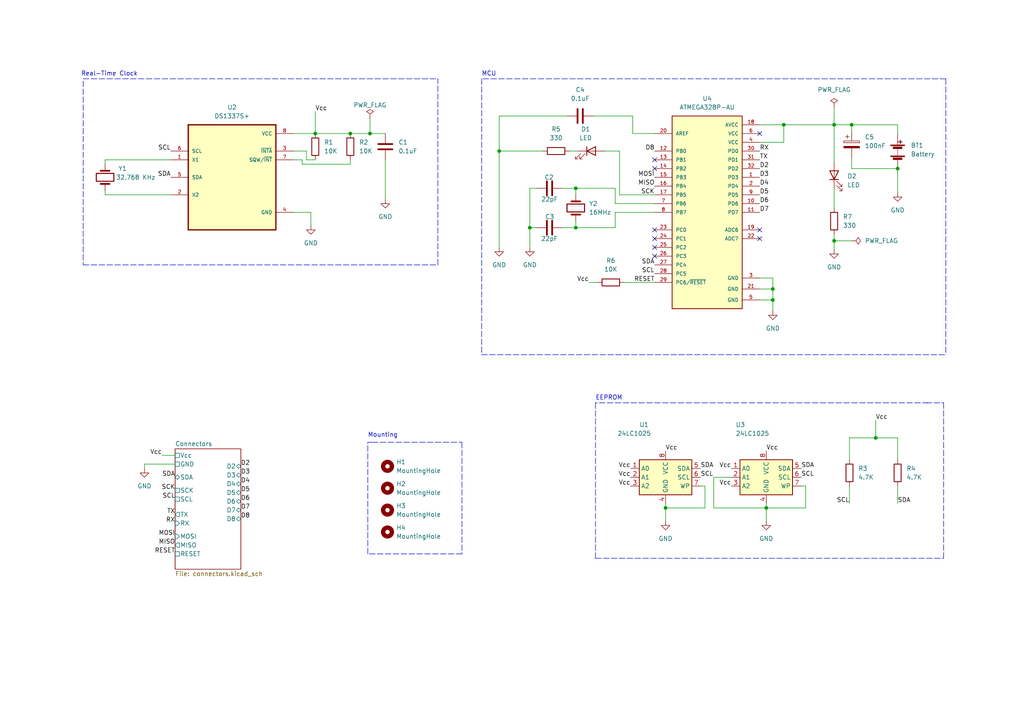
<source format=kicad_sch>
(kicad_sch (version 20211123) (generator eeschema)
  (paper "A4")
  (title_block (title "${project_name}") (date "2022-01-06") (rev "1"))
  (lib_symbols
    (symbol "ATMEGA328P-AU:ATMEGA328P-AU" (pin_names (offset 1.016))
      (property "Reference" "U4" (at 0 33.02 0))
      (property "Value" "ATMEGA328P-AU" (at 0 30.48 0))
      (symbol "ATMEGA328P-AU_0_0"
        (rectangle (start -10.16 -27.94) (end 10.16 27.94) (stroke (width 0.254)) (fill (type background)))
        (pin bidirectional line (at 15.24 10.16 180) (length 5.08) (name "PD3") (number "1"))
        (pin bidirectional line (at 15.24 2.54 180) (length 5.08) (name "PD6") (number "10"))
        (pin bidirectional line (at 15.24 0 180) (length 5.08) (name "PD7") (number "11"))
        (pin bidirectional line (at -15.24 17.78 0) (length 5.08) (name "PB0") (number "12"))
        (pin bidirectional line (at -15.24 15.24 0) (length 5.08) (name "PB1") (number "13"))
        (pin bidirectional line (at -15.24 12.7 0) (length 5.08) (name "PB2") (number "14"))
        (pin bidirectional line (at -15.24 10.16 0) (length 5.08) (name "PB3") (number "15"))
        (pin bidirectional line (at -15.24 7.62 0) (length 5.08) (name "PB4") (number "16"))
        (pin bidirectional line (at -15.24 5.08 0) (length 5.08) (name "PB5") (number "17"))
        (pin power_in line (at 15.24 25.4 180) (length 5.08) (name "AVCC") (number "18"))
        (pin bidirectional line (at 15.24 -5.08 180) (length 5.08) (name "ADC6") (number "19"))
        (pin bidirectional line (at 15.24 7.62 180) (length 5.08) (name "PD4") (number "2"))
        (pin input line (at -15.24 22.86 0) (length 5.08) (name "AREF") (number "20"))
        (pin power_in line (at 15.24 -22.225 180) (length 5.08) (name "GND") (number "21"))
        (pin bidirectional line (at 15.24 -7.62 180) (length 5.08) (name "ADC7") (number "22"))
        (pin bidirectional line (at -15.24 -5.08 0) (length 5.08) (name "PC0") (number "23"))
        (pin bidirectional line (at -15.24 -7.62 0) (length 5.08) (name "PC1") (number "24"))
        (pin bidirectional line (at -15.24 -10.16 0) (length 5.08) (name "PC2") (number "25"))
        (pin bidirectional line (at -15.24 -12.7 0) (length 5.08) (name "PC3") (number "26"))
        (pin bidirectional line (at -15.24 -15.24 0) (length 5.08) (name "PC4") (number "27"))
        (pin bidirectional line (at -15.24 -17.78 0) (length 5.08) (name "PC5") (number "28"))
        (pin bidirectional line (at -15.24 -20.32 0) (length 5.08) (name "PC6/~{RESET}") (number "29"))
        (pin power_in line (at 15.24 -19.05 180) (length 5.08) (name "GND") (number "3"))
        (pin bidirectional line (at 15.24 17.78 180) (length 5.08) (name "PD0") (number "30"))
        (pin bidirectional line (at 15.24 15.24 180) (length 5.08) (name "PD1") (number "31"))
        (pin bidirectional line (at 15.24 12.7 180) (length 5.08) (name "PD2") (number "32"))
        (pin power_in line (at 15.24 20.32 180) (length 5.08) (name "VCC") (number "4"))
        (pin power_in line (at 15.24 -25.4 180) (length 5.08) (name "GND") (number "5"))
        (pin power_in line (at 15.24 22.86 180) (length 5.08) (name "VCC") (number "6"))
        (pin bidirectional line (at -15.24 2.54 0) (length 5.08) (name "PB6") (number "7"))
        (pin bidirectional line (at -15.24 0 0) (length 5.08) (name "PB7") (number "8"))
        (pin bidirectional line (at 15.24 5.08 180) (length 5.08) (name "PD5") (number "9"))
      )
    )
    (symbol "DS1337S_:DS1337S+" (pin_names (offset 1.016))
      (property "Reference" "U" (at -12.7 16.2306 0))
      (property "Value" "DS1337S+" (at -12.7 -19.2278 0))
      (symbol "DS1337S+_0_0"
        (rectangle (start -12.7 -15.24) (end 12.7 15.24) (stroke (width 0.4064)) (fill (type background)))
        (pin input line (at -17.78 5.08 0) (length 5.08) (name "X1") (number "1"))
        (pin bidirectional line (at -17.78 -5.08 0) (length 5.08) (name "X2") (number "2"))
        (pin output line (at 17.78 7.62 180) (length 5.08) (name "~{INTA}") (number "3"))
        (pin power_in line (at 17.78 -10.16 180) (length 5.08) (name "GND") (number "4"))
        (pin bidirectional line (at -17.78 0 0) (length 5.08) (name "SDA") (number "5"))
        (pin input line (at -17.78 7.62 0) (length 5.08) (name "SCL") (number "6"))
        (pin output line (at 17.78 5.08 180) (length 5.08) (name "SQW/~{INT}") (number "7"))
        (pin power_in line (at 17.78 12.7 180) (length 5.08) (name "VCC") (number "8"))
      )
    )
    (symbol "Device:Battery" (pin_numbers hide) (pin_names (offset 0) hide)
      (property "Reference" "BT" (at 2.54 2.54 0))
      (property "Value" "Battery" (at 2.54 0 0))
      (symbol "Battery_0_1"
        (rectangle (start -2.032 -1.397) (end 2.032 -1.651) (fill (type outline)))
        (rectangle (start -2.032 1.778) (end 2.032 1.524) (fill (type outline)))
        (rectangle (start -1.3208 -1.9812) (end 1.27 -2.4892) (fill (type outline)))
        (rectangle (start -1.3208 1.1938) (end 1.27 0.6858) (fill (type outline)))
        (polyline (pts (xy 0 -1.524) (xy 0 -1.27)))
        (polyline (pts (xy 0 -1.016) (xy 0 -0.762)))
        (polyline (pts (xy 0 -0.508) (xy 0 -0.254)))
        (polyline (pts (xy 0 0) (xy 0 0.254)))
        (polyline (pts (xy 0 0.508) (xy 0 0.762)))
        (polyline (pts (xy 0 1.778) (xy 0 2.54)))
        (polyline (pts (xy 0.254 2.667) (xy 1.27 2.667)) (stroke (width 0.254)))
        (polyline (pts (xy 0.762 3.175) (xy 0.762 2.159)) (stroke (width 0.254)))
      )
      (symbol "Battery_1_1"
        (pin passive line (at 0 5.08 270) (length 2.54) (name "+") (number "1"))
        (pin passive line (at 0 -5.08 90) (length 2.54) (name "-") (number "2"))
      )
    )
    (symbol "Device:C" (pin_numbers hide) (pin_names (offset 0.254))
      (property "Reference" "C" (at 0.635 2.54 0))
      (property "Value" "C" (at 0.635 -2.54 0))
      (symbol "C_0_1"
        (polyline (pts (xy -2.032 -0.762) (xy 2.032 -0.762)) (stroke (width 0.508)))
        (polyline (pts (xy -2.032 0.762) (xy 2.032 0.762)) (stroke (width 0.508)))
      )
      (symbol "C_1_1"
        (pin passive line (at 0 3.81 270) (length 2.794) (name "~") (number "1"))
        (pin passive line (at 0 -3.81 90) (length 2.794) (name "~") (number "2"))
      )
    )
    (symbol "Device:C_Polarized" (pin_numbers hide) (pin_names (offset 0.254))
      (property "Reference" "C" (at 0.635 2.54 0))
      (property "Value" "C_Polarized" (at 0.635 -2.54 0))
      (symbol "C_Polarized_0_1"
        (rectangle (start -2.286 0.508) (end 2.286 1.016))
        (polyline (pts (xy -1.778 2.286) (xy -0.762 2.286)))
        (polyline (pts (xy -1.27 2.794) (xy -1.27 1.778)))
        (rectangle (start 2.286 -0.508) (end -2.286 -1.016) (fill (type outline)))
      )
      (symbol "C_Polarized_1_1"
        (pin passive line (at 0 3.81 270) (length 2.794) (name "~") (number "1"))
        (pin passive line (at 0 -3.81 90) (length 2.794) (name "~") (number "2"))
      )
    )
    (symbol "Device:Crystal" (pin_numbers hide) (pin_names (offset 1.016) hide)
      (property "Reference" "Y" (at 0 3.81 0))
      (property "Value" "Crystal" (at 0 -3.81 0))
      (symbol "Crystal_0_1"
        (rectangle (start -1.143 2.54) (end 1.143 -2.54) (stroke (width 0.3048)))
        (polyline (pts (xy -2.54 0) (xy -1.905 0)))
        (polyline (pts (xy -1.905 -1.27) (xy -1.905 1.27)) (stroke (width 0.508)))
        (polyline (pts (xy 1.905 -1.27) (xy 1.905 1.27)) (stroke (width 0.508)))
        (polyline (pts (xy 2.54 0) (xy 1.905 0)))
      )
      (symbol "Crystal_1_1"
        (pin passive line (at -3.81 0 0) (length 1.27) (name "1") (number "1"))
        (pin passive line (at 3.81 0 180) (length 1.27) (name "2") (number "2"))
      )
    )
    (symbol "Device:LED" (pin_numbers hide) (pin_names (offset 1.016) hide)
      (property "Reference" "D" (at 0 2.54 0))
      (property "Value" "LED" (at 0 -2.54 0))
      (symbol "LED_0_1"
        (polyline (pts (xy -1.27 -1.27) (xy -1.27 1.27)) (stroke (width 0.254)))
        (polyline (pts (xy -1.27 0) (xy 1.27 0)))
        (polyline (pts (xy 1.27 -1.27) (xy 1.27 1.27) (xy -1.27 0) (xy 1.27 -1.27)) (stroke (width 0.254)))
        (polyline (pts (xy -3.048 -0.762) (xy -4.572 -2.286) (xy -3.81 -2.286) (xy -4.572 -2.286) (xy -4.572 -1.524)))
        (polyline (pts (xy -1.778 -0.762) (xy -3.302 -2.286) (xy -2.54 -2.286) (xy -3.302 -2.286) (xy -3.302 -1.524)))
      )
      (symbol "LED_1_1"
        (pin passive line (at -3.81 0 0) (length 2.54) (name "K") (number "1"))
        (pin passive line (at 3.81 0 180) (length 2.54) (name "A") (number "2"))
      )
    )
    (symbol "Device:R" (pin_numbers hide) (pin_names (offset 0))
      (property "Reference" "R" (at 2.032 0 90))
      (property "Value" "R" (at 0 0 90))
      (symbol "R_0_1"
        (rectangle (start -1.016 -2.54) (end 1.016 2.54) (stroke (width 0.254)))
      )
      (symbol "R_1_1"
        (pin passive line (at 0 3.81 270) (length 1.27) (name "~") (number "1"))
        (pin passive line (at 0 -3.81 90) (length 1.27) (name "~") (number "2"))
      )
    )
    (symbol "Mechanical:MountingHole" (pin_names (offset 1.016))
      (property "Reference" "H" (at 0 5.08 0))
      (property "Value" "MountingHole" (at 0 3.175 0))
      (symbol "MountingHole_0_1"
        (circle (center 0 0) (radius 1.27) (stroke (width 1.27)))
      )
    )
    (symbol "Memory_EEPROM:24LC1025"
      (property "Reference" "U" (at -6.35 6.35 0))
      (property "Value" "24LC1025" (at 1.27 6.35 0))
      (symbol "24LC1025_1_1"
        (rectangle (start -7.62 5.08) (end 7.62 -5.08) (stroke (width 0.254)) (fill (type background)))
        (pin input line (at -10.16 2.54 0) (length 2.54) (name "A0") (number "1"))
        (pin input line (at -10.16 0 0) (length 2.54) (name "A1") (number "2"))
        (pin input line (at -10.16 -2.54 0) (length 2.54) (name "A2") (number "3"))
        (pin power_in line (at 0 -7.62 90) (length 2.54) (name "GND") (number "4"))
        (pin bidirectional line (at 10.16 2.54 180) (length 2.54) (name "SDA") (number "5"))
        (pin input line (at 10.16 0 180) (length 2.54) (name "SCL") (number "6"))
        (pin input line (at 10.16 -2.54 180) (length 2.54) (name "WP") (number "7"))
        (pin power_in line (at 0 7.62 270) (length 2.54) (name "VCC") (number "8"))
      )
    )
    (symbol "power:GND" (power) (pin_names (offset 0))
      (property "Value" "GND" (at 0 -3.81 0))
      (symbol "GND_0_1"
        (polyline (pts (xy 0 0) (xy 0 -1.27) (xy 1.27 -1.27) (xy 0 -2.54) (xy -1.27 -1.27) (xy 0 -1.27)))
      )
      (symbol "GND_1_1"
        (pin power_in line (at 0 0 270) (length 0) hide (name "GND") (number "1"))
      )
    )
    (symbol "power:PWR_FLAG" (power) (pin_numbers hide) (pin_names (offset 0) hide)
      (property "Value" "PWR_FLAG" (at 0 3.81 0))
      (symbol "PWR_FLAG_0_0"
        (pin power_out line (at 0 0 90) (length 0) (name "pwr") (number "1"))
      )
      (symbol "PWR_FLAG_0_1"
        (polyline (pts (xy 0 0) (xy 0 1.27) (xy -1.016 1.905) (xy 0 2.54) (xy 1.016 1.905) (xy 0 1.27)))
      )
    )
  )
  (junction (at 91.44 38.735))
  (junction (at 224.155 86.995))
  (junction (at 241.935 69.85))
  (junction (at 241.935 36.195))
  (junction (at 222.25 147.32))
  (junction (at 153.67 66.04))
  (junction (at 254 127))
  (junction (at 167.005 66.04))
  (junction (at 193.04 147.32))
  (junction (at 224.155 83.82))
  (junction (at 107.315 38.735))
  (junction (at 247.015 36.195))
  (junction (at 167.005 54.61))
  (junction (at 144.78 43.815))
  (junction (at 227.33 36.195))
  (junction (at 260.35 48.895))
  (junction (at 101.6 38.735))
  (no_connect (at 189.865 71.755))
  (no_connect (at 189.865 69.215))
  (no_connect (at 189.865 66.675))
  (no_connect (at 189.865 74.295))
  (no_connect (at 189.865 48.895))
  (no_connect (at 189.865 46.355))
  (no_connect (at 220.345 69.215))
  (no_connect (at 220.345 66.675))
  (no_connect (at 220.345 38.735))
  (wire (pts (xy 224.155 86.995) (xy 224.155 90.17)))
  (wire (pts (xy 260.35 140.97) (xy 260.35 146.05)))
  (wire (pts (xy 153.67 66.04) (xy 155.575 66.04)))
  (polyline (pts (xy 133.985 160.655) (xy 106.68 160.655)))
  (wire (pts (xy 167.005 54.61) (xy 178.435 54.61)))
  (polyline (pts (xy 24.13 23.495) (xy 24.13 76.835)))
  (wire (pts (xy 207.01 147.32) (xy 222.25 147.32)))
  (wire (pts (xy 144.78 43.815) (xy 144.78 71.755)))
  (wire (pts (xy 170.815 81.915) (xy 173.355 81.915)))
  (wire (pts (xy 247.015 45.72) (xy 247.015 48.895)))
  (wire (pts (xy 101.6 47.625) (xy 101.6 46.355)))
  (wire (pts (xy 222.25 147.32) (xy 233.68 147.32)))
  (wire (pts (xy 107.315 34.29) (xy 107.315 38.735)))
  (wire (pts (xy 241.935 69.85) (xy 247.015 69.85)))
  (wire (pts (xy 87.63 46.355) (xy 87.63 47.625)))
  (wire (pts (xy 30.48 56.515) (xy 49.53 56.515)))
  (wire (pts (xy 241.935 36.195) (xy 241.935 46.99)))
  (wire (pts (xy 203.2 140.97) (xy 204.47 140.97)))
  (wire (pts (xy 30.48 56.515) (xy 30.48 55.245)))
  (wire (pts (xy 178.435 61.595) (xy 189.865 61.595)))
  (wire (pts (xy 41.91 135.89) (xy 41.91 134.62)))
  (wire (pts (xy 220.345 41.275) (xy 227.33 41.275)))
  (wire (pts (xy 111.76 46.355) (xy 111.76 57.785)))
  (wire (pts (xy 204.47 140.97) (xy 204.47 147.32)))
  (polyline (pts (xy 274.32 22.86) (xy 139.7 22.86)))
  (polyline (pts (xy 139.7 102.87) (xy 274.32 102.87)))
  (wire (pts (xy 241.935 69.85) (xy 241.935 72.39)))
  (wire (pts (xy 85.09 38.735) (xy 91.44 38.735)))
  (wire (pts (xy 91.44 38.735) (xy 101.6 38.735)))
  (polyline (pts (xy 139.7 22.86) (xy 139.7 102.87)))
  (wire (pts (xy 233.68 140.97) (xy 233.68 147.32)))
  (polyline (pts (xy 106.68 160.655) (xy 106.68 128.27)))
  (wire (pts (xy 260.35 36.195) (xy 260.35 38.735)))
  (wire (pts (xy 178.435 59.055) (xy 178.435 54.61)))
  (wire (pts (xy 246.38 127) (xy 254 127)))
  (polyline (pts (xy 172.72 116.84) (xy 172.72 161.925)))
  (wire (pts (xy 260.35 127) (xy 260.35 133.35)))
  (wire (pts (xy 224.155 80.645) (xy 224.155 83.82)))
  (wire (pts (xy 179.705 56.515) (xy 179.705 43.815)))
  (polyline (pts (xy 107.95 128.27) (xy 133.985 128.27)))
  (wire (pts (xy 30.48 46.355) (xy 49.53 46.355)))
  (wire (pts (xy 144.78 43.815) (xy 157.48 43.815)))
  (wire (pts (xy 183.515 38.735) (xy 183.515 33.655)))
  (wire (pts (xy 212.09 138.43) (xy 207.01 138.43)))
  (wire (pts (xy 227.33 36.195) (xy 241.935 36.195)))
  (wire (pts (xy 87.63 47.625) (xy 101.6 47.625)))
  (polyline (pts (xy 268.605 116.84) (xy 273.685 116.84)))
  (wire (pts (xy 241.935 67.945) (xy 241.935 69.85)))
  (wire (pts (xy 101.6 38.735) (xy 107.315 38.735)))
  (wire (pts (xy 241.935 54.61) (xy 241.935 60.325)))
  (wire (pts (xy 180.975 81.915) (xy 189.865 81.915)))
  (wire (pts (xy 41.91 134.62) (xy 50.8 134.62)))
  (wire (pts (xy 88.9 43.815) (xy 88.9 46.355)))
  (wire (pts (xy 153.67 54.61) (xy 153.67 66.04)))
  (wire (pts (xy 88.9 46.355) (xy 91.44 46.355)))
  (wire (pts (xy 193.04 147.32) (xy 204.47 147.32)))
  (wire (pts (xy 222.25 146.05) (xy 222.25 147.32)))
  (wire (pts (xy 254 127) (xy 260.35 127)))
  (wire (pts (xy 178.435 61.595) (xy 178.435 66.04)))
  (wire (pts (xy 241.935 31.115) (xy 241.935 36.195)))
  (wire (pts (xy 222.25 147.32) (xy 222.25 151.13)))
  (wire (pts (xy 246.38 133.35) (xy 246.38 127)))
  (wire (pts (xy 30.48 46.355) (xy 30.48 47.625)))
  (polyline (pts (xy 127 76.835) (xy 127 22.86)))
  (wire (pts (xy 163.195 66.04) (xy 167.005 66.04)))
  (wire (pts (xy 247.015 36.195) (xy 260.35 36.195)))
  (wire (pts (xy 232.41 140.97) (xy 233.68 140.97)))
  (wire (pts (xy 189.865 38.735) (xy 183.515 38.735)))
  (wire (pts (xy 220.345 36.195) (xy 227.33 36.195)))
  (wire (pts (xy 189.865 56.515) (xy 179.705 56.515)))
  (polyline (pts (xy 133.985 128.27) (xy 133.985 160.655)))
  (polyline (pts (xy 24.13 76.835) (xy 127 76.835)))
  (wire (pts (xy 165.1 43.815) (xy 167.64 43.815)))
  (wire (pts (xy 241.935 36.195) (xy 247.015 36.195)))
  (polyline (pts (xy 24.13 22.86) (xy 127 22.86)))
  (wire (pts (xy 220.345 80.645) (xy 224.155 80.645)))
  (wire (pts (xy 246.38 140.97) (xy 246.38 146.05)))
  (wire (pts (xy 167.005 64.135) (xy 167.005 66.04)))
  (wire (pts (xy 193.04 146.05) (xy 193.04 147.32)))
  (wire (pts (xy 46.99 132.08) (xy 50.8 132.08)))
  (wire (pts (xy 155.575 54.61) (xy 153.67 54.61)))
  (wire (pts (xy 189.865 59.055) (xy 178.435 59.055)))
  (wire (pts (xy 85.09 61.595) (xy 90.17 61.595)))
  (wire (pts (xy 254 121.92) (xy 254 127)))
  (wire (pts (xy 164.465 33.655) (xy 144.78 33.655)))
  (polyline (pts (xy 269.24 116.84) (xy 172.72 116.84)))
  (wire (pts (xy 207.01 138.43) (xy 207.01 147.32)))
  (wire (pts (xy 247.015 48.895) (xy 260.35 48.895)))
  (wire (pts (xy 220.345 83.82) (xy 224.155 83.82)))
  (wire (pts (xy 224.155 83.82) (xy 224.155 86.995)))
  (wire (pts (xy 163.195 54.61) (xy 167.005 54.61)))
  (wire (pts (xy 144.78 33.655) (xy 144.78 43.815)))
  (wire (pts (xy 227.33 41.275) (xy 227.33 36.195)))
  (wire (pts (xy 153.67 66.04) (xy 153.67 71.755)))
  (wire (pts (xy 90.17 61.595) (xy 90.17 65.405)))
  (wire (pts (xy 91.44 32.385) (xy 91.44 38.735)))
  (wire (pts (xy 183.515 33.655) (xy 172.085 33.655)))
  (polyline (pts (xy 274.32 22.86) (xy 274.32 102.87)))
  (wire (pts (xy 260.35 48.895) (xy 260.35 55.88)))
  (wire (pts (xy 167.005 54.61) (xy 167.005 56.515)))
  (polyline (pts (xy 172.72 161.925) (xy 273.685 161.925)))
  (wire (pts (xy 179.705 43.815) (xy 175.26 43.815)))
  (wire (pts (xy 220.345 86.995) (xy 224.155 86.995)))
  (wire (pts (xy 85.09 46.355) (xy 87.63 46.355)))
  (wire (pts (xy 247.015 36.195) (xy 247.015 38.1)))
  (wire (pts (xy 167.005 66.04) (xy 178.435 66.04)))
  (wire (pts (xy 193.04 147.32) (xy 193.04 151.13)))
  (wire (pts (xy 85.09 43.815) (xy 88.9 43.815)))
  (wire (pts (xy 107.315 38.735) (xy 111.76 38.735)))
  (polyline (pts (xy 273.685 161.925) (xy 273.685 116.84)))
  (polyline (pts (xy 106.68 128.27) (xy 108.585 128.27)))
  (text "EEPROM" (at 172.72 116.205 0) (effects (font (size 1.27 1.27)) (justify left bottom)))
  (text "Mounting" (at 106.68 127 0) (effects (font (size 1.27 1.27)) (justify left bottom)))
  (text "MCU" (at 139.7 22.225 0) (effects (font (size 1.27 1.27)) (justify left bottom)))
  (text "Real-Time Clock" (at 23.495 22.225 0) (effects (font (size 1.27 1.27)) (justify left bottom)))
  (label "MOSI" (at 50.8 155.575 180))
  (label "Vcc" (at 212.09 135.89 180))
  (label "D5" (at 220.345 56.515 0))
  (label "RESET" (at 50.8 160.655 180))
  (label "D6" (at 220.345 59.055 0))
  (label "TX" (at 220.345 46.355 0))
  (label "SDA" (at 189.865 76.835 180))
  (label "Vcc" (at 212.09 140.97 180))
  (label "SCL" (at 189.865 79.375 180))
  (label "MISO" (at 189.865 53.975 180))
  (label "Vcc" (at 182.88 135.89 180))
  (label "TX" (at 50.8 149.225 180))
  (label "D3" (at 69.85 137.795 0))
  (label "SDA" (at 50.8 138.43 180))
  (label "D4" (at 220.345 53.975 0))
  (label "SCL" (at 232.41 138.43 0))
  (label "RESET" (at 189.865 81.915 180))
  (label "Vcc" (at 193.04 130.81 0))
  (label "RX" (at 220.345 43.815 0))
  (label "D4" (at 69.85 140.335 0))
  (label "SCL" (at 203.2 138.43 0))
  (label "MOSI" (at 189.865 51.435 180))
  (label "Vcc" (at 182.88 140.97 180))
  (label "SDA" (at 203.2 135.89 0))
  (label "Vcc" (at 254 121.92 0))
  (label "Vcc" (at 182.88 138.43 180))
  (label "D7" (at 220.345 61.595 0))
  (label "MISO" (at 50.8 158.115 180))
  (label "SDA" (at 49.53 51.435 180))
  (label "D8" (at 69.85 150.495 0))
  (label "D5" (at 69.85 142.875 0))
  (label "D3" (at 220.345 51.435 0))
  (label "D2" (at 69.85 135.255 0))
  (label "SCL" (at 246.38 146.05 180))
  (label "SCL" (at 50.8 144.78 180))
  (label "SCL" (at 49.53 43.815 180))
  (label "SCK" (at 189.865 56.515 180))
  (label "D8" (at 189.865 43.815 180))
  (label "SDA" (at 232.41 135.89 0))
  (label "Vcc" (at 46.99 132.08 180))
  (label "D2" (at 220.345 48.895 0))
  (label "RX" (at 50.8 151.765 180))
  (label "Vcc" (at 222.25 130.81 0))
  (label "Vcc" (at 170.815 81.915 180))
  (label "D7" (at 69.85 147.955 0))
  (label "D6" (at 69.85 145.415 0))
  (label "SCK" (at 50.8 142.24 180))
  (label "SDA" (at 260.35 146.05 0))
  (label "Vcc" (at 91.44 32.385 0))
  (symbol (lib_id "power:GND") (at 41.91 135.89 0) (unit 1)
    (property "Reference" "#PWR0102" (effects hide))
    (property "Value" "GND" (at 41.91 140.97 0))
  )
  (symbol (lib_id "power:GND") (at 111.76 57.785 0) (unit 1)
    (property "Reference" "#PWR0106" (effects hide))
    (property "Value" "GND" (at 111.76 62.865 0))
  )
  (symbol (lib_id "Device:Crystal") (at 167.005 60.325 90) (unit 1)
    (property "Reference" "Y2" (at 170.815 59.0549 90) (effects (justify right)))
    (property "Value" "16MHz" (at 170.815 61.5949 90) (effects (justify right)))
    (property "Footprint" "Crystal:Crystal_SMD_5032-2Pin_5.0x3.2mm_HandSoldering" (effects hide))
  )
  (symbol (lib_id "Device:C") (at 159.385 54.61 90) (unit 1)
    (property "Reference" "C2" (at 159.258 51.435 90))
    (property "Value" "22pF" (at 159.385 57.785 90))
    (property "Footprint" "Capacitor_SMD:C_0805_2012Metric" (effects hide))
  )
  (symbol (lib_id "Device:R") (at 246.38 137.16 0) (unit 1)
    (property "Reference" "R3" (at 248.92 135.8899 0) (effects (justify left)))
    (property "Value" "4.7K" (at 248.92 138.4299 0) (effects (justify left)))
    (property "Footprint" "Resistor_SMD:R_0805_2012Metric" (effects hide))
  )
  (symbol (lib_id "power:PWR_FLAG") (at 247.015 69.85 270) (unit 1)
    (property "Reference" "#FLG0102" (effects hide))
    (property "Value" "PWR_FLAG" (at 250.825 69.8499 90) (effects (justify left)))
  )
  (symbol (lib_id "power:GND") (at 193.04 151.13 0) (unit 1)
    (property "Reference" "#PWR0107" (effects hide))
    (property "Value" "GND" (at 193.04 156.21 0))
  )
  (symbol (lib_id "Memory_EEPROM:24LC1025") (at 193.04 138.43 0) (unit 1)
    (property "Reference" "U1" (at 185.42 123.19 0) (effects (justify left)))
    (property "Value" "24LC1025" (at 179.07 125.73 0) (effects (justify left)))
    (property "Footprint" "Package_SO:SOIC-8_5.23x5.23mm_P1.27mm" (effects hide))
    (property "Datasheet" "http://ww1.microchip.com/downloads/en/DeviceDoc/21941B.pdf" (effects hide))
  )
  (symbol (lib_id "power:PWR_FLAG") (at 241.935 31.115 0) (unit 1)
    (property "Reference" "#FLG0101" (effects hide))
    (property "Value" "PWR_FLAG" (at 241.935 26.035 0))
  )
  (symbol (lib_id "power:GND") (at 241.935 72.39 0) (unit 1)
    (property "Reference" "#PWR0104" (effects hide))
    (property "Value" "GND" (at 241.935 77.47 0))
  )
  (symbol (lib_id "Mechanical:MountingHole") (at 112.395 147.955 0) (unit 1)
    (property "Reference" "H3" (at 114.935 146.6849 0) (effects (justify left)))
    (property "Value" "MountingHole" (at 114.935 149.2249 0) (effects (justify left)))
    (property "Footprint" "MountingHole:MountingHole_2.1mm" (effects hide))
  )
  (symbol (lib_id "Device:R") (at 260.35 137.16 0) (unit 1)
    (property "Reference" "R4" (at 262.89 135.8899 0) (effects (justify left)))
    (property "Value" "4.7K" (at 262.89 138.4299 0) (effects (justify left)))
    (property "Footprint" "Resistor_SMD:R_0805_2012Metric" (effects hide))
  )
  (symbol (lib_id "Mechanical:MountingHole") (at 112.395 135.255 0) (unit 1)
    (property "Reference" "H1" (at 114.935 133.9849 0) (effects (justify left)))
    (property "Value" "MountingHole" (at 114.935 136.5249 0) (effects (justify left)))
    (property "Footprint" "MountingHole:MountingHole_2.1mm" (effects hide))
  )
  (symbol (lib_id "Device:R") (at 101.6 42.545 0) (unit 1)
    (property "Reference" "R2" (at 104.14 41.2749 0) (effects (justify left)))
    (property "Value" "10K" (at 104.14 43.8149 0) (effects (justify left)))
    (property "Footprint" "Resistor_SMD:R_0805_2012Metric" (effects hide))
  )
  (symbol (lib_id "Device:C") (at 168.275 33.655 90) (unit 1)
    (property "Reference" "C4" (at 168.275 26.035 90))
    (property "Value" "0.1uF" (at 168.275 28.575 90))
    (property "Footprint" "Capacitor_SMD:C_0805_2012Metric" (effects hide))
  )
  (symbol (lib_id "Device:R") (at 161.29 43.815 90) (unit 1)
    (property "Reference" "R5" (at 161.29 37.465 90))
    (property "Value" "330" (at 161.29 40.005 90))
    (property "Footprint" "Resistor_SMD:R_0805_2012Metric" (effects hide))
  )
  (symbol (lib_id "Device:R") (at 91.44 42.545 0) (unit 1)
    (property "Reference" "R1" (at 93.98 41.2749 0) (effects (justify left)))
    (property "Value" "10K" (at 93.98 43.8149 0) (effects (justify left)))
    (property "Footprint" "Resistor_SMD:R_0805_2012Metric" (effects hide))
  )
  (symbol (lib_id "Mechanical:MountingHole") (at 112.395 154.305 0) (unit 1)
    (property "Reference" "H4" (at 114.935 153.0349 0) (effects (justify left)))
    (property "Value" "MountingHole" (at 114.935 155.5749 0) (effects (justify left)))
    (property "Footprint" "MountingHole:MountingHole_2.1mm" (effects hide))
  )
  (symbol (lib_id "Device:C") (at 159.385 66.04 90) (unit 1)
    (property "Reference" "C3" (at 160.782 62.865 90) (effects (justify left)))
    (property "Value" "22pF" (at 161.798 69.215 90) (effects (justify left)))
    (property "Footprint" "Capacitor_SMD:C_0805_2012Metric" (effects hide))
  )
  (symbol (lib_id "Device:LED") (at 171.45 43.815 0) (unit 1)
    (property "Reference" "D1" (at 169.8625 37.465 0))
    (property "Value" "LED" (at 169.8625 40.005 0))
    (property "Footprint" "LED_SMD:LED_0805_2012Metric" (effects hide))
  )
  (symbol (lib_id "Device:LED") (at 241.935 50.8 90) (unit 1)
    (property "Reference" "D2" (at 245.745 51.1174 90) (effects (justify right)))
    (property "Value" "LED" (at 245.745 53.6574 90) (effects (justify right)))
    (property "Footprint" "LED_SMD:LED_0805_2012Metric" (effects hide))
  )
  (symbol (lib_id "ATMEGA328P-AU:ATMEGA328P-AU") (at 205.105 61.595 0) (unit 1)
    (property "Reference" "U4" (at 205.105 28.575 0))
    (property "Value" "ATMEGA328P-AU" (at 205.105 31.115 0))
    (property "Footprint" "Footprints:QFP80P900X900X120-32N" (effects hide))
    (property "MANUFACTURER" "Atmel" (effects hide))
  )
  (symbol (lib_id "Device:Crystal") (at 30.48 51.435 270) (unit 1)
    (property "Reference" "Y1" (at 35.56 48.895 90))
    (property "Value" "32.768 KHz" (at 39.37 51.435 90))
    (property "Footprint" "Crystal:Crystal_SMD_5032-2Pin_5.0x3.2mm_HandSoldering" (effects hide))
  )
  (symbol (lib_id "Device:R") (at 241.935 64.135 0) (unit 1)
    (property "Reference" "R7" (at 244.475 62.8649 0) (effects (justify left)))
    (property "Value" "330" (at 244.475 65.4049 0) (effects (justify left)))
    (property "Footprint" "Resistor_SMD:R_0805_2012Metric" (effects hide))
  )
  (symbol (lib_id "DS1337S_:DS1337S+") (at 67.31 51.435 0) (unit 1)
    (property "Reference" "U2" (at 67.31 31.115 0))
    (property "Value" "DS1337S+" (at 67.31 33.655 0))
    (property "Footprint" "Footprints:SOIC127P600X175-8N" (effects hide))
  )
  (symbol (lib_id "power:GND") (at 260.35 55.88 0) (unit 1)
    (property "Reference" "#PWR0110" (effects hide))
    (property "Value" "GND" (at 260.35 60.96 0))
  )
  (symbol (lib_id "Device:Battery") (at 260.35 43.815 0) (unit 1)
    (property "Reference" "BT1" (at 264.16 42.1639 0) (effects (justify left)))
    (property "Value" "Battery" (at 264.16 44.7039 0) (effects (justify left)))
    (property "Footprint" "Connector_PinHeader_2.54mm:PinHeader_1x02_P2.54mm_Vertical" (effects hide))
  )
  (symbol (lib_id "power:GND") (at 144.78 71.755 0) (unit 1)
    (property "Reference" "#PWR0109" (effects hide))
    (property "Value" "GND" (at 144.78 76.835 0))
  )
  (symbol (lib_id "power:PWR_FLAG") (at 107.315 34.29 0) (unit 1)
    (property "Reference" "#FLG0103" (effects hide))
    (property "Value" "PWR_FLAG" (at 107.315 30.48 0))
  )
  (symbol (lib_id "Memory_EEPROM:24LC1025") (at 222.25 138.43 0) (unit 1)
    (property "Reference" "U3" (at 213.36 123.19 0) (effects (justify left)))
    (property "Value" "24LC1025" (at 213.36 125.73 0) (effects (justify left)))
    (property "Footprint" "Package_SO:SOIC-8_5.23x5.23mm_P1.27mm" (effects hide))
    (property "Datasheet" "http://ww1.microchip.com/downloads/en/DeviceDoc/21941B.pdf" (effects hide))
  )
  (symbol (lib_id "Device:C_Polarized") (at 247.015 41.91 0) (unit 1)
    (property "Reference" "C5" (at 250.825 39.7509 0) (effects (justify left)))
    (property "Value" "100nF" (at 250.825 42.2909 0) (effects (justify left)))
    (property "Footprint" "Capacitor_SMD:C_0805_2012Metric" (effects hide))
  )
  (symbol (lib_id "power:GND") (at 224.155 90.17 0) (unit 1)
    (property "Reference" "#PWR0103" (effects hide))
    (property "Value" "GND" (at 224.155 95.25 0))
  )
  (symbol (lib_id "power:GND") (at 222.25 151.13 0) (unit 1)
    (property "Reference" "#PWR0101" (effects hide))
    (property "Value" "GND" (at 222.25 156.21 0))
  )
  (symbol (lib_id "power:GND") (at 153.67 71.755 0) (unit 1)
    (property "Reference" "#PWR0108" (effects hide))
    (property "Value" "GND" (at 153.67 76.835 0))
  )
  (symbol (lib_id "power:GND") (at 90.17 65.405 0) (unit 1)
    (property "Reference" "#PWR0105" (effects hide))
    (property "Value" "GND" (at 90.17 70.485 0))
  )
  (symbol (lib_id "Device:R") (at 177.165 81.915 90) (unit 1)
    (property "Reference" "R6" (at 177.165 75.565 90))
    (property "Value" "10K" (at 177.165 78.105 90))
    (property "Footprint" "Resistor_SMD:R_0805_2012Metric" (effects hide))
  )
  (symbol (lib_id "Device:C") (at 111.76 42.545 0) (unit 1)
    (property "Reference" "C1" (at 115.57 41.2749 0) (effects (justify left)))
    (property "Value" "0.1uF" (at 115.57 43.8149 0) (effects (justify left)))
    (property "Footprint" "Capacitor_SMD:C_0805_2012Metric" (effects hide))
  )
  (symbol (lib_id "Mechanical:MountingHole") (at 112.395 141.605 0) (unit 1)
    (property "Reference" "H2" (at 114.935 140.3349 0) (effects (justify left)))
    (property "Value" "MountingHole" (at 114.935 142.8749 0) (effects (justify left)))
    (property "Footprint" "MountingHole:MountingHole_2.1mm" (effects hide))
  )
  (sheet (at 50.8 130.175) (size 19.05 34.925) (stroke (width 0.1524))
    (property "Sheet name" "Connectors" (at 50.8 129.4634 0) (effects (justify left bottom)))
    (property "Sheet file" "connectors.kicad_sch" (at 50.8 165.6846 0) (effects (justify left top)))
    (pin "Vcc" passive (at 50.8 132.08 180))
    (pin "SDA" bidirectional (at 50.8 138.43 180))
    (pin "GND" passive (at 50.8 134.62 180))
    (pin "RX" input (at 50.8 151.765 180))
    (pin "TX" output (at 50.8 149.225 180))
    (pin "D5" bidirectional (at 69.85 142.875 0))
    (pin "D6" bidirectional (at 69.85 145.415 0))
    (pin "D7" bidirectional (at 69.85 147.955 0))
    (pin "RESET" passive (at 50.8 160.655 180))
    (pin "D2" bidirectional (at 69.85 135.255 0))
    (pin "D3" bidirectional (at 69.85 137.795 0))
    (pin "D4" bidirectional (at 69.85 140.335 0))
    (pin "D8" bidirectional (at 69.85 150.495 0))
    (pin "MOSI" input (at 50.8 155.575 180))
    (pin "MISO" output (at 50.8 158.115 180))
    (pin "SCK" passive (at 50.8 142.24 180))
    (pin "SCL" passive (at 50.8 144.78 180))
  )
)
</source>
